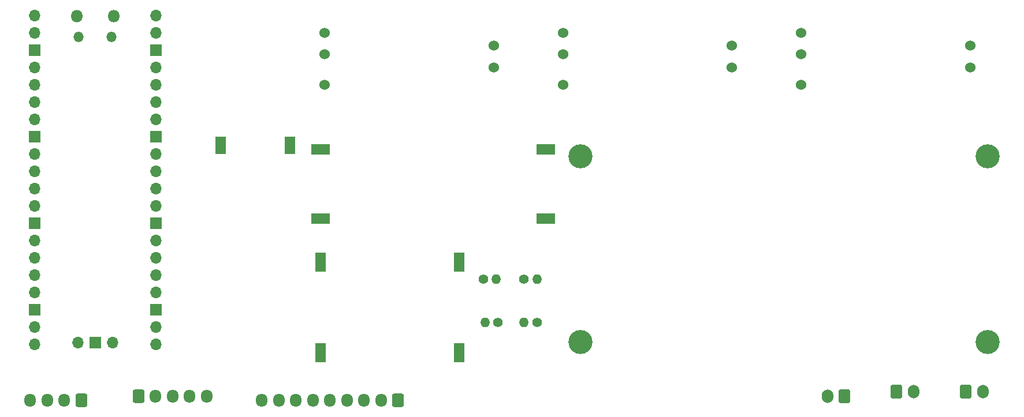
<source format=gbr>
%TF.GenerationSoftware,KiCad,Pcbnew,(7.0.0)*%
%TF.CreationDate,2023-05-30T23:08:45+10:00*%
%TF.ProjectId,spot-welder,73706f74-2d77-4656-9c64-65722e6b6963,rev?*%
%TF.SameCoordinates,Original*%
%TF.FileFunction,Soldermask,Bot*%
%TF.FilePolarity,Negative*%
%FSLAX46Y46*%
G04 Gerber Fmt 4.6, Leading zero omitted, Abs format (unit mm)*
G04 Created by KiCad (PCBNEW (7.0.0)) date 2023-05-30 23:08:45*
%MOMM*%
%LPD*%
G01*
G04 APERTURE LIST*
G04 Aperture macros list*
%AMRoundRect*
0 Rectangle with rounded corners*
0 $1 Rounding radius*
0 $2 $3 $4 $5 $6 $7 $8 $9 X,Y pos of 4 corners*
0 Add a 4 corners polygon primitive as box body*
4,1,4,$2,$3,$4,$5,$6,$7,$8,$9,$2,$3,0*
0 Add four circle primitives for the rounded corners*
1,1,$1+$1,$2,$3*
1,1,$1+$1,$4,$5*
1,1,$1+$1,$6,$7*
1,1,$1+$1,$8,$9*
0 Add four rect primitives between the rounded corners*
20,1,$1+$1,$2,$3,$4,$5,0*
20,1,$1+$1,$4,$5,$6,$7,0*
20,1,$1+$1,$6,$7,$8,$9,0*
20,1,$1+$1,$8,$9,$2,$3,0*%
G04 Aperture macros list end*
%ADD10R,1.524000X2.524000*%
%ADD11C,1.400000*%
%ADD12O,1.400000X1.400000*%
%ADD13C,3.524000*%
%ADD14RoundRect,0.250000X0.600000X0.725000X-0.600000X0.725000X-0.600000X-0.725000X0.600000X-0.725000X0*%
%ADD15O,1.700000X1.950000*%
%ADD16RoundRect,0.250000X-0.600000X-0.725000X0.600000X-0.725000X0.600000X0.725000X-0.600000X0.725000X0*%
%ADD17R,2.667000X1.524000*%
%ADD18RoundRect,0.250000X-0.600000X-0.750000X0.600000X-0.750000X0.600000X0.750000X-0.600000X0.750000X0*%
%ADD19O,1.700000X2.000000*%
%ADD20R,1.524000X1.524000*%
%ADD21O,1.800000X1.800000*%
%ADD22O,1.500000X1.500000*%
%ADD23O,1.700000X1.700000*%
%ADD24R,1.700000X1.700000*%
%ADD25RoundRect,0.250000X0.600000X0.750000X-0.600000X0.750000X-0.600000X-0.750000X0.600000X-0.750000X0*%
%ADD26C,1.524000*%
G04 APERTURE END LIST*
D10*
%TO.C,MOD1*%
X56514999Y-34289999D03*
X46354999Y-34289999D03*
%TD*%
D11*
%TO.C,R1*%
X92705000Y-60325000D03*
D12*
X90804999Y-60324999D03*
%TD*%
D13*
%TO.C,MOD2*%
X158750000Y-63182500D03*
X158750000Y-35877500D03*
X99060000Y-63182500D03*
X99060000Y-35877500D03*
%TD*%
D14*
%TO.C,J2*%
X72350000Y-71755000D03*
D15*
X69849999Y-71754999D03*
X67349999Y-71754999D03*
X64849999Y-71754999D03*
X62349999Y-71754999D03*
X59849999Y-71754999D03*
X57349999Y-71754999D03*
X54849999Y-71754999D03*
X52349999Y-71754999D03*
%TD*%
D16*
%TO.C,J1*%
X34290000Y-71120000D03*
D15*
X36789999Y-71119999D03*
X39289999Y-71119999D03*
X41789999Y-71119999D03*
X44289999Y-71119999D03*
%TD*%
D17*
%TO.C,MOD6*%
X60959999Y-45084999D03*
X60959999Y-34924999D03*
X93979999Y-45084999D03*
X93979999Y-34924999D03*
%TD*%
D18*
%TO.C,J6*%
X145415000Y-70485000D03*
D19*
X147914999Y-70484999D03*
%TD*%
D20*
%TO.C,MOD4*%
X60959999Y-50799999D03*
X60959999Y-52069999D03*
X60959999Y-64134999D03*
X60959999Y-65404999D03*
X81279999Y-50799999D03*
X81279999Y-52069999D03*
X81279999Y-64134999D03*
X81279999Y-65404999D03*
%TD*%
D11*
%TO.C,R3*%
X90805000Y-53975000D03*
D12*
X92704999Y-53974999D03*
%TD*%
D21*
%TO.C,U1*%
X25214999Y-15369999D03*
D22*
X25514999Y-18399999D03*
X30364999Y-18399999D03*
D21*
X30664999Y-15369999D03*
D23*
X19049999Y-15239999D03*
X19049999Y-17779999D03*
D24*
X19049999Y-20319999D03*
D23*
X19049999Y-22859999D03*
X19049999Y-25399999D03*
X19049999Y-27939999D03*
X19049999Y-30479999D03*
D24*
X19049999Y-33019999D03*
D23*
X19049999Y-35559999D03*
X19049999Y-38099999D03*
X19049999Y-40639999D03*
X19049999Y-43179999D03*
D24*
X19049999Y-45719999D03*
D23*
X19049999Y-48259999D03*
X19049999Y-50799999D03*
X19049999Y-53339999D03*
X19049999Y-55879999D03*
D24*
X19049999Y-58419999D03*
D23*
X19049999Y-60959999D03*
X19049999Y-63499999D03*
X36829999Y-63499999D03*
X36829999Y-60959999D03*
D24*
X36829999Y-58419999D03*
D23*
X36829999Y-55879999D03*
X36829999Y-53339999D03*
X36829999Y-50799999D03*
X36829999Y-48259999D03*
D24*
X36829999Y-45719999D03*
D23*
X36829999Y-43179999D03*
X36829999Y-40639999D03*
X36829999Y-38099999D03*
X36829999Y-35559999D03*
D24*
X36829999Y-33019999D03*
D23*
X36829999Y-30479999D03*
X36829999Y-27939999D03*
X36829999Y-25399999D03*
X36829999Y-22859999D03*
D24*
X36829999Y-20319999D03*
D23*
X36829999Y-17779999D03*
X36829999Y-15239999D03*
X25399999Y-63269999D03*
D24*
X27939999Y-63269999D03*
D23*
X30479999Y-63269999D03*
%TD*%
D11*
%TO.C,R4*%
X84820000Y-53975000D03*
D12*
X86719999Y-53974999D03*
%TD*%
D11*
%TO.C,R2*%
X86990000Y-60325000D03*
D12*
X85089999Y-60324999D03*
%TD*%
D14*
%TO.C,J3*%
X25915000Y-71755000D03*
D15*
X23414999Y-71754999D03*
X20914999Y-71754999D03*
X18414999Y-71754999D03*
%TD*%
D25*
%TO.C,J4*%
X137795000Y-71120000D03*
D19*
X135294999Y-71119999D03*
%TD*%
D18*
%TO.C,J5*%
X155575000Y-70485000D03*
D19*
X158074999Y-70484999D03*
%TD*%
D26*
%TO.C,MOD3*%
X86360000Y-19685000D03*
X86360000Y-22860000D03*
X61595000Y-17780000D03*
X61595000Y-25400000D03*
X61595000Y-20955000D03*
%TD*%
%TO.C,MOD7*%
X121285000Y-19685000D03*
X121285000Y-22860000D03*
X96520000Y-17780000D03*
X96520000Y-25400000D03*
X96520000Y-20955000D03*
%TD*%
%TO.C,MOD5*%
X156210000Y-19685000D03*
X156210000Y-22860000D03*
X131445000Y-17780000D03*
X131445000Y-25400000D03*
X131445000Y-20955000D03*
%TD*%
M02*

</source>
